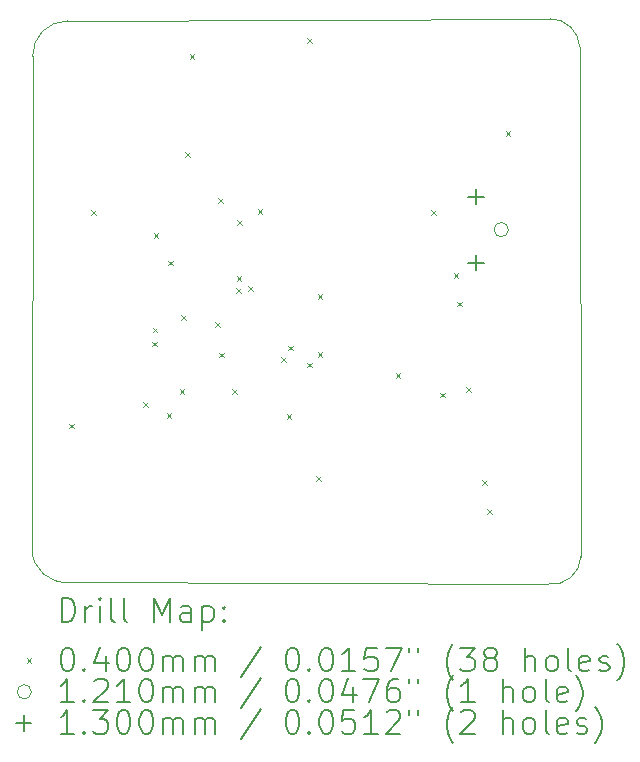
<source format=gbr>
%TF.GenerationSoftware,KiCad,Pcbnew,(6.0.7)*%
%TF.CreationDate,2022-11-05T01:20:41+05:30*%
%TF.ProjectId,Interface_PCB,496e7465-7266-4616-9365-5f5043422e6b,rev?*%
%TF.SameCoordinates,Original*%
%TF.FileFunction,Drillmap*%
%TF.FilePolarity,Positive*%
%FSLAX45Y45*%
G04 Gerber Fmt 4.5, Leading zero omitted, Abs format (unit mm)*
G04 Created by KiCad (PCBNEW (6.0.7)) date 2022-11-05 01:20:41*
%MOMM*%
%LPD*%
G01*
G04 APERTURE LIST*
%ADD10C,0.100000*%
%ADD11C,0.200000*%
%ADD12C,0.040000*%
%ADD13C,0.121000*%
%ADD14C,0.130000*%
G04 APERTURE END LIST*
D10*
X11709400Y-8300716D02*
G75*
G03*
X11414760Y-8600440I-40J-294644D01*
G01*
X11724640Y-13053060D02*
X15774826Y-13069726D01*
X16047722Y-8521700D02*
G75*
G03*
X15796260Y-8282940I-251462J-13040D01*
G01*
X15774826Y-13069728D02*
G75*
G03*
X16057880Y-12837160I37964J242329D01*
G01*
X11409680Y-12773660D02*
X11414760Y-8600440D01*
X11709400Y-8300720D02*
X15796260Y-8282940D01*
X16047720Y-8521700D02*
X16057880Y-12837160D01*
X11409679Y-12773660D02*
G75*
G03*
X11724640Y-13053060I283421J2270D01*
G01*
D11*
D12*
X11722420Y-11712260D02*
X11762420Y-11752260D01*
X11762420Y-11712260D02*
X11722420Y-11752260D01*
X11910380Y-9906320D02*
X11950380Y-9946320D01*
X11950380Y-9906320D02*
X11910380Y-9946320D01*
X12352340Y-11529380D02*
X12392340Y-11569380D01*
X12392340Y-11529380D02*
X12352340Y-11569380D01*
X12426000Y-11016300D02*
X12466000Y-11056300D01*
X12466000Y-11016300D02*
X12426000Y-11056300D01*
X12431080Y-10899460D02*
X12471080Y-10939460D01*
X12471080Y-10899460D02*
X12431080Y-10939460D01*
X12438700Y-10099360D02*
X12478700Y-10139360D01*
X12478700Y-10099360D02*
X12438700Y-10139360D01*
X12550460Y-11623360D02*
X12590460Y-11663360D01*
X12590460Y-11623360D02*
X12550460Y-11663360D01*
X12563160Y-10330500D02*
X12603160Y-10370500D01*
X12603160Y-10330500D02*
X12563160Y-10370500D01*
X12659680Y-11421490D02*
X12699680Y-11461490D01*
X12699680Y-11421490D02*
X12659680Y-11461490D01*
X12669840Y-10795320D02*
X12709840Y-10835320D01*
X12709840Y-10795320D02*
X12669840Y-10835320D01*
X12705400Y-9411020D02*
X12745400Y-9451020D01*
X12745400Y-9411020D02*
X12705400Y-9451020D01*
X12743500Y-8580440D02*
X12783500Y-8620440D01*
X12783500Y-8580440D02*
X12743500Y-8620440D01*
X12959400Y-10851200D02*
X12999400Y-10891200D01*
X12999400Y-10851200D02*
X12959400Y-10891200D01*
X12984800Y-9799640D02*
X13024800Y-9839640D01*
X13024800Y-9799640D02*
X12984800Y-9839640D01*
X12994960Y-11110280D02*
X13034960Y-11150280D01*
X13034960Y-11110280D02*
X12994960Y-11150280D01*
X13106720Y-11420160D02*
X13146720Y-11460160D01*
X13146720Y-11420160D02*
X13106720Y-11460160D01*
X13140246Y-10563826D02*
X13180246Y-10603826D01*
X13180246Y-10563826D02*
X13140246Y-10603826D01*
X13142280Y-10460040D02*
X13182280Y-10500040D01*
X13182280Y-10460040D02*
X13142280Y-10500040D01*
X13148500Y-9990140D02*
X13188500Y-10030140D01*
X13188500Y-9990140D02*
X13148500Y-10030140D01*
X13238590Y-10545977D02*
X13278590Y-10585977D01*
X13278590Y-10545977D02*
X13238590Y-10585977D01*
X13320080Y-9896160D02*
X13360080Y-9936160D01*
X13360080Y-9896160D02*
X13320080Y-9936160D01*
X13520589Y-11145689D02*
X13560589Y-11185689D01*
X13560589Y-11145689D02*
X13520589Y-11185689D01*
X13566460Y-11633520D02*
X13606460Y-11673520D01*
X13606460Y-11633520D02*
X13566460Y-11673520D01*
X13579160Y-11051860D02*
X13619160Y-11091860D01*
X13619160Y-11051860D02*
X13579160Y-11091860D01*
X13736640Y-8448360D02*
X13776640Y-8488360D01*
X13776640Y-8448360D02*
X13736640Y-8488360D01*
X13741228Y-11195048D02*
X13781228Y-11235048D01*
X13781228Y-11195048D02*
X13741228Y-11235048D01*
X13817920Y-12156760D02*
X13857920Y-12196760D01*
X13857920Y-12156760D02*
X13817920Y-12196760D01*
X13828080Y-10614980D02*
X13868080Y-10654980D01*
X13868080Y-10614980D02*
X13828080Y-10654980D01*
X13828858Y-11105978D02*
X13868858Y-11145978D01*
X13868858Y-11105978D02*
X13828858Y-11145978D01*
X14488480Y-11283000D02*
X14528480Y-11323000D01*
X14528480Y-11283000D02*
X14488480Y-11323000D01*
X14788200Y-9906320D02*
X14828200Y-9946320D01*
X14828200Y-9906320D02*
X14788200Y-9946320D01*
X14864400Y-11448100D02*
X14904400Y-11488100D01*
X14904400Y-11448100D02*
X14864400Y-11488100D01*
X14978700Y-10437180D02*
X15018700Y-10477180D01*
X15018700Y-10437180D02*
X14978700Y-10477180D01*
X15006640Y-10678480D02*
X15046640Y-10718480D01*
X15046640Y-10678480D02*
X15006640Y-10718480D01*
X15087920Y-11404920D02*
X15127920Y-11444920D01*
X15127920Y-11404920D02*
X15087920Y-11444920D01*
X15222540Y-12187240D02*
X15262540Y-12227240D01*
X15262540Y-12187240D02*
X15222540Y-12227240D01*
X15265720Y-12433620D02*
X15305720Y-12473620D01*
X15305720Y-12433620D02*
X15265720Y-12473620D01*
X15420660Y-9235760D02*
X15460660Y-9275760D01*
X15460660Y-9235760D02*
X15420660Y-9275760D01*
D13*
X15443340Y-10068560D02*
G75*
G03*
X15443340Y-10068560I-60500J0D01*
G01*
D14*
X15167940Y-9723560D02*
X15167940Y-9853560D01*
X15102940Y-9788560D02*
X15232940Y-9788560D01*
X15167940Y-10283560D02*
X15167940Y-10413560D01*
X15102940Y-10348560D02*
X15232940Y-10348560D01*
D11*
X11662299Y-13388160D02*
X11662299Y-13188160D01*
X11709918Y-13188160D01*
X11738489Y-13197684D01*
X11757537Y-13216732D01*
X11767061Y-13235779D01*
X11776585Y-13273875D01*
X11776585Y-13302446D01*
X11767061Y-13340541D01*
X11757537Y-13359589D01*
X11738489Y-13378637D01*
X11709918Y-13388160D01*
X11662299Y-13388160D01*
X11862299Y-13388160D02*
X11862299Y-13254827D01*
X11862299Y-13292922D02*
X11871823Y-13273875D01*
X11881347Y-13264351D01*
X11900394Y-13254827D01*
X11919442Y-13254827D01*
X11986108Y-13388160D02*
X11986108Y-13254827D01*
X11986108Y-13188160D02*
X11976585Y-13197684D01*
X11986108Y-13207208D01*
X11995632Y-13197684D01*
X11986108Y-13188160D01*
X11986108Y-13207208D01*
X12109918Y-13388160D02*
X12090870Y-13378637D01*
X12081347Y-13359589D01*
X12081347Y-13188160D01*
X12214680Y-13388160D02*
X12195632Y-13378637D01*
X12186108Y-13359589D01*
X12186108Y-13188160D01*
X12443251Y-13388160D02*
X12443251Y-13188160D01*
X12509918Y-13331018D01*
X12576585Y-13188160D01*
X12576585Y-13388160D01*
X12757537Y-13388160D02*
X12757537Y-13283398D01*
X12748013Y-13264351D01*
X12728966Y-13254827D01*
X12690870Y-13254827D01*
X12671823Y-13264351D01*
X12757537Y-13378637D02*
X12738489Y-13388160D01*
X12690870Y-13388160D01*
X12671823Y-13378637D01*
X12662299Y-13359589D01*
X12662299Y-13340541D01*
X12671823Y-13321494D01*
X12690870Y-13311970D01*
X12738489Y-13311970D01*
X12757537Y-13302446D01*
X12852775Y-13254827D02*
X12852775Y-13454827D01*
X12852775Y-13264351D02*
X12871823Y-13254827D01*
X12909918Y-13254827D01*
X12928966Y-13264351D01*
X12938489Y-13273875D01*
X12948013Y-13292922D01*
X12948013Y-13350065D01*
X12938489Y-13369113D01*
X12928966Y-13378637D01*
X12909918Y-13388160D01*
X12871823Y-13388160D01*
X12852775Y-13378637D01*
X13033728Y-13369113D02*
X13043251Y-13378637D01*
X13033728Y-13388160D01*
X13024204Y-13378637D01*
X13033728Y-13369113D01*
X13033728Y-13388160D01*
X13033728Y-13264351D02*
X13043251Y-13273875D01*
X13033728Y-13283398D01*
X13024204Y-13273875D01*
X13033728Y-13264351D01*
X13033728Y-13283398D01*
D12*
X11364680Y-13697684D02*
X11404680Y-13737684D01*
X11404680Y-13697684D02*
X11364680Y-13737684D01*
D11*
X11700394Y-13608160D02*
X11719442Y-13608160D01*
X11738489Y-13617684D01*
X11748013Y-13627208D01*
X11757537Y-13646256D01*
X11767061Y-13684351D01*
X11767061Y-13731970D01*
X11757537Y-13770065D01*
X11748013Y-13789113D01*
X11738489Y-13798637D01*
X11719442Y-13808160D01*
X11700394Y-13808160D01*
X11681347Y-13798637D01*
X11671823Y-13789113D01*
X11662299Y-13770065D01*
X11652775Y-13731970D01*
X11652775Y-13684351D01*
X11662299Y-13646256D01*
X11671823Y-13627208D01*
X11681347Y-13617684D01*
X11700394Y-13608160D01*
X11852775Y-13789113D02*
X11862299Y-13798637D01*
X11852775Y-13808160D01*
X11843251Y-13798637D01*
X11852775Y-13789113D01*
X11852775Y-13808160D01*
X12033728Y-13674827D02*
X12033728Y-13808160D01*
X11986108Y-13598637D02*
X11938489Y-13741494D01*
X12062299Y-13741494D01*
X12176585Y-13608160D02*
X12195632Y-13608160D01*
X12214680Y-13617684D01*
X12224204Y-13627208D01*
X12233728Y-13646256D01*
X12243251Y-13684351D01*
X12243251Y-13731970D01*
X12233728Y-13770065D01*
X12224204Y-13789113D01*
X12214680Y-13798637D01*
X12195632Y-13808160D01*
X12176585Y-13808160D01*
X12157537Y-13798637D01*
X12148013Y-13789113D01*
X12138489Y-13770065D01*
X12128966Y-13731970D01*
X12128966Y-13684351D01*
X12138489Y-13646256D01*
X12148013Y-13627208D01*
X12157537Y-13617684D01*
X12176585Y-13608160D01*
X12367061Y-13608160D02*
X12386108Y-13608160D01*
X12405156Y-13617684D01*
X12414680Y-13627208D01*
X12424204Y-13646256D01*
X12433728Y-13684351D01*
X12433728Y-13731970D01*
X12424204Y-13770065D01*
X12414680Y-13789113D01*
X12405156Y-13798637D01*
X12386108Y-13808160D01*
X12367061Y-13808160D01*
X12348013Y-13798637D01*
X12338489Y-13789113D01*
X12328966Y-13770065D01*
X12319442Y-13731970D01*
X12319442Y-13684351D01*
X12328966Y-13646256D01*
X12338489Y-13627208D01*
X12348013Y-13617684D01*
X12367061Y-13608160D01*
X12519442Y-13808160D02*
X12519442Y-13674827D01*
X12519442Y-13693875D02*
X12528966Y-13684351D01*
X12548013Y-13674827D01*
X12576585Y-13674827D01*
X12595632Y-13684351D01*
X12605156Y-13703398D01*
X12605156Y-13808160D01*
X12605156Y-13703398D02*
X12614680Y-13684351D01*
X12633728Y-13674827D01*
X12662299Y-13674827D01*
X12681347Y-13684351D01*
X12690870Y-13703398D01*
X12690870Y-13808160D01*
X12786108Y-13808160D02*
X12786108Y-13674827D01*
X12786108Y-13693875D02*
X12795632Y-13684351D01*
X12814680Y-13674827D01*
X12843251Y-13674827D01*
X12862299Y-13684351D01*
X12871823Y-13703398D01*
X12871823Y-13808160D01*
X12871823Y-13703398D02*
X12881347Y-13684351D01*
X12900394Y-13674827D01*
X12928966Y-13674827D01*
X12948013Y-13684351D01*
X12957537Y-13703398D01*
X12957537Y-13808160D01*
X13348013Y-13598637D02*
X13176585Y-13855779D01*
X13605156Y-13608160D02*
X13624204Y-13608160D01*
X13643251Y-13617684D01*
X13652775Y-13627208D01*
X13662299Y-13646256D01*
X13671823Y-13684351D01*
X13671823Y-13731970D01*
X13662299Y-13770065D01*
X13652775Y-13789113D01*
X13643251Y-13798637D01*
X13624204Y-13808160D01*
X13605156Y-13808160D01*
X13586108Y-13798637D01*
X13576585Y-13789113D01*
X13567061Y-13770065D01*
X13557537Y-13731970D01*
X13557537Y-13684351D01*
X13567061Y-13646256D01*
X13576585Y-13627208D01*
X13586108Y-13617684D01*
X13605156Y-13608160D01*
X13757537Y-13789113D02*
X13767061Y-13798637D01*
X13757537Y-13808160D01*
X13748013Y-13798637D01*
X13757537Y-13789113D01*
X13757537Y-13808160D01*
X13890870Y-13608160D02*
X13909918Y-13608160D01*
X13928966Y-13617684D01*
X13938489Y-13627208D01*
X13948013Y-13646256D01*
X13957537Y-13684351D01*
X13957537Y-13731970D01*
X13948013Y-13770065D01*
X13938489Y-13789113D01*
X13928966Y-13798637D01*
X13909918Y-13808160D01*
X13890870Y-13808160D01*
X13871823Y-13798637D01*
X13862299Y-13789113D01*
X13852775Y-13770065D01*
X13843251Y-13731970D01*
X13843251Y-13684351D01*
X13852775Y-13646256D01*
X13862299Y-13627208D01*
X13871823Y-13617684D01*
X13890870Y-13608160D01*
X14148013Y-13808160D02*
X14033728Y-13808160D01*
X14090870Y-13808160D02*
X14090870Y-13608160D01*
X14071823Y-13636732D01*
X14052775Y-13655779D01*
X14033728Y-13665303D01*
X14328966Y-13608160D02*
X14233728Y-13608160D01*
X14224204Y-13703398D01*
X14233728Y-13693875D01*
X14252775Y-13684351D01*
X14300394Y-13684351D01*
X14319442Y-13693875D01*
X14328966Y-13703398D01*
X14338489Y-13722446D01*
X14338489Y-13770065D01*
X14328966Y-13789113D01*
X14319442Y-13798637D01*
X14300394Y-13808160D01*
X14252775Y-13808160D01*
X14233728Y-13798637D01*
X14224204Y-13789113D01*
X14405156Y-13608160D02*
X14538489Y-13608160D01*
X14452775Y-13808160D01*
X14605156Y-13608160D02*
X14605156Y-13646256D01*
X14681347Y-13608160D02*
X14681347Y-13646256D01*
X14976585Y-13884351D02*
X14967061Y-13874827D01*
X14948013Y-13846256D01*
X14938489Y-13827208D01*
X14928966Y-13798637D01*
X14919442Y-13751018D01*
X14919442Y-13712922D01*
X14928966Y-13665303D01*
X14938489Y-13636732D01*
X14948013Y-13617684D01*
X14967061Y-13589113D01*
X14976585Y-13579589D01*
X15033728Y-13608160D02*
X15157537Y-13608160D01*
X15090870Y-13684351D01*
X15119442Y-13684351D01*
X15138489Y-13693875D01*
X15148013Y-13703398D01*
X15157537Y-13722446D01*
X15157537Y-13770065D01*
X15148013Y-13789113D01*
X15138489Y-13798637D01*
X15119442Y-13808160D01*
X15062299Y-13808160D01*
X15043251Y-13798637D01*
X15033728Y-13789113D01*
X15271823Y-13693875D02*
X15252775Y-13684351D01*
X15243251Y-13674827D01*
X15233728Y-13655779D01*
X15233728Y-13646256D01*
X15243251Y-13627208D01*
X15252775Y-13617684D01*
X15271823Y-13608160D01*
X15309918Y-13608160D01*
X15328966Y-13617684D01*
X15338489Y-13627208D01*
X15348013Y-13646256D01*
X15348013Y-13655779D01*
X15338489Y-13674827D01*
X15328966Y-13684351D01*
X15309918Y-13693875D01*
X15271823Y-13693875D01*
X15252775Y-13703398D01*
X15243251Y-13712922D01*
X15233728Y-13731970D01*
X15233728Y-13770065D01*
X15243251Y-13789113D01*
X15252775Y-13798637D01*
X15271823Y-13808160D01*
X15309918Y-13808160D01*
X15328966Y-13798637D01*
X15338489Y-13789113D01*
X15348013Y-13770065D01*
X15348013Y-13731970D01*
X15338489Y-13712922D01*
X15328966Y-13703398D01*
X15309918Y-13693875D01*
X15586108Y-13808160D02*
X15586108Y-13608160D01*
X15671823Y-13808160D02*
X15671823Y-13703398D01*
X15662299Y-13684351D01*
X15643251Y-13674827D01*
X15614680Y-13674827D01*
X15595632Y-13684351D01*
X15586108Y-13693875D01*
X15795632Y-13808160D02*
X15776585Y-13798637D01*
X15767061Y-13789113D01*
X15757537Y-13770065D01*
X15757537Y-13712922D01*
X15767061Y-13693875D01*
X15776585Y-13684351D01*
X15795632Y-13674827D01*
X15824204Y-13674827D01*
X15843251Y-13684351D01*
X15852775Y-13693875D01*
X15862299Y-13712922D01*
X15862299Y-13770065D01*
X15852775Y-13789113D01*
X15843251Y-13798637D01*
X15824204Y-13808160D01*
X15795632Y-13808160D01*
X15976585Y-13808160D02*
X15957537Y-13798637D01*
X15948013Y-13779589D01*
X15948013Y-13608160D01*
X16128966Y-13798637D02*
X16109918Y-13808160D01*
X16071823Y-13808160D01*
X16052775Y-13798637D01*
X16043251Y-13779589D01*
X16043251Y-13703398D01*
X16052775Y-13684351D01*
X16071823Y-13674827D01*
X16109918Y-13674827D01*
X16128966Y-13684351D01*
X16138489Y-13703398D01*
X16138489Y-13722446D01*
X16043251Y-13741494D01*
X16214680Y-13798637D02*
X16233728Y-13808160D01*
X16271823Y-13808160D01*
X16290870Y-13798637D01*
X16300394Y-13779589D01*
X16300394Y-13770065D01*
X16290870Y-13751018D01*
X16271823Y-13741494D01*
X16243251Y-13741494D01*
X16224204Y-13731970D01*
X16214680Y-13712922D01*
X16214680Y-13703398D01*
X16224204Y-13684351D01*
X16243251Y-13674827D01*
X16271823Y-13674827D01*
X16290870Y-13684351D01*
X16367061Y-13884351D02*
X16376585Y-13874827D01*
X16395632Y-13846256D01*
X16405156Y-13827208D01*
X16414680Y-13798637D01*
X16424204Y-13751018D01*
X16424204Y-13712922D01*
X16414680Y-13665303D01*
X16405156Y-13636732D01*
X16395632Y-13617684D01*
X16376585Y-13589113D01*
X16367061Y-13579589D01*
D13*
X11404680Y-13981684D02*
G75*
G03*
X11404680Y-13981684I-60500J0D01*
G01*
D11*
X11767061Y-14072160D02*
X11652775Y-14072160D01*
X11709918Y-14072160D02*
X11709918Y-13872160D01*
X11690870Y-13900732D01*
X11671823Y-13919779D01*
X11652775Y-13929303D01*
X11852775Y-14053113D02*
X11862299Y-14062637D01*
X11852775Y-14072160D01*
X11843251Y-14062637D01*
X11852775Y-14053113D01*
X11852775Y-14072160D01*
X11938489Y-13891208D02*
X11948013Y-13881684D01*
X11967061Y-13872160D01*
X12014680Y-13872160D01*
X12033728Y-13881684D01*
X12043251Y-13891208D01*
X12052775Y-13910256D01*
X12052775Y-13929303D01*
X12043251Y-13957875D01*
X11928966Y-14072160D01*
X12052775Y-14072160D01*
X12243251Y-14072160D02*
X12128966Y-14072160D01*
X12186108Y-14072160D02*
X12186108Y-13872160D01*
X12167061Y-13900732D01*
X12148013Y-13919779D01*
X12128966Y-13929303D01*
X12367061Y-13872160D02*
X12386108Y-13872160D01*
X12405156Y-13881684D01*
X12414680Y-13891208D01*
X12424204Y-13910256D01*
X12433728Y-13948351D01*
X12433728Y-13995970D01*
X12424204Y-14034065D01*
X12414680Y-14053113D01*
X12405156Y-14062637D01*
X12386108Y-14072160D01*
X12367061Y-14072160D01*
X12348013Y-14062637D01*
X12338489Y-14053113D01*
X12328966Y-14034065D01*
X12319442Y-13995970D01*
X12319442Y-13948351D01*
X12328966Y-13910256D01*
X12338489Y-13891208D01*
X12348013Y-13881684D01*
X12367061Y-13872160D01*
X12519442Y-14072160D02*
X12519442Y-13938827D01*
X12519442Y-13957875D02*
X12528966Y-13948351D01*
X12548013Y-13938827D01*
X12576585Y-13938827D01*
X12595632Y-13948351D01*
X12605156Y-13967398D01*
X12605156Y-14072160D01*
X12605156Y-13967398D02*
X12614680Y-13948351D01*
X12633728Y-13938827D01*
X12662299Y-13938827D01*
X12681347Y-13948351D01*
X12690870Y-13967398D01*
X12690870Y-14072160D01*
X12786108Y-14072160D02*
X12786108Y-13938827D01*
X12786108Y-13957875D02*
X12795632Y-13948351D01*
X12814680Y-13938827D01*
X12843251Y-13938827D01*
X12862299Y-13948351D01*
X12871823Y-13967398D01*
X12871823Y-14072160D01*
X12871823Y-13967398D02*
X12881347Y-13948351D01*
X12900394Y-13938827D01*
X12928966Y-13938827D01*
X12948013Y-13948351D01*
X12957537Y-13967398D01*
X12957537Y-14072160D01*
X13348013Y-13862637D02*
X13176585Y-14119779D01*
X13605156Y-13872160D02*
X13624204Y-13872160D01*
X13643251Y-13881684D01*
X13652775Y-13891208D01*
X13662299Y-13910256D01*
X13671823Y-13948351D01*
X13671823Y-13995970D01*
X13662299Y-14034065D01*
X13652775Y-14053113D01*
X13643251Y-14062637D01*
X13624204Y-14072160D01*
X13605156Y-14072160D01*
X13586108Y-14062637D01*
X13576585Y-14053113D01*
X13567061Y-14034065D01*
X13557537Y-13995970D01*
X13557537Y-13948351D01*
X13567061Y-13910256D01*
X13576585Y-13891208D01*
X13586108Y-13881684D01*
X13605156Y-13872160D01*
X13757537Y-14053113D02*
X13767061Y-14062637D01*
X13757537Y-14072160D01*
X13748013Y-14062637D01*
X13757537Y-14053113D01*
X13757537Y-14072160D01*
X13890870Y-13872160D02*
X13909918Y-13872160D01*
X13928966Y-13881684D01*
X13938489Y-13891208D01*
X13948013Y-13910256D01*
X13957537Y-13948351D01*
X13957537Y-13995970D01*
X13948013Y-14034065D01*
X13938489Y-14053113D01*
X13928966Y-14062637D01*
X13909918Y-14072160D01*
X13890870Y-14072160D01*
X13871823Y-14062637D01*
X13862299Y-14053113D01*
X13852775Y-14034065D01*
X13843251Y-13995970D01*
X13843251Y-13948351D01*
X13852775Y-13910256D01*
X13862299Y-13891208D01*
X13871823Y-13881684D01*
X13890870Y-13872160D01*
X14128966Y-13938827D02*
X14128966Y-14072160D01*
X14081347Y-13862637D02*
X14033728Y-14005494D01*
X14157537Y-14005494D01*
X14214680Y-13872160D02*
X14348013Y-13872160D01*
X14262299Y-14072160D01*
X14509918Y-13872160D02*
X14471823Y-13872160D01*
X14452775Y-13881684D01*
X14443251Y-13891208D01*
X14424204Y-13919779D01*
X14414680Y-13957875D01*
X14414680Y-14034065D01*
X14424204Y-14053113D01*
X14433728Y-14062637D01*
X14452775Y-14072160D01*
X14490870Y-14072160D01*
X14509918Y-14062637D01*
X14519442Y-14053113D01*
X14528966Y-14034065D01*
X14528966Y-13986446D01*
X14519442Y-13967398D01*
X14509918Y-13957875D01*
X14490870Y-13948351D01*
X14452775Y-13948351D01*
X14433728Y-13957875D01*
X14424204Y-13967398D01*
X14414680Y-13986446D01*
X14605156Y-13872160D02*
X14605156Y-13910256D01*
X14681347Y-13872160D02*
X14681347Y-13910256D01*
X14976585Y-14148351D02*
X14967061Y-14138827D01*
X14948013Y-14110256D01*
X14938489Y-14091208D01*
X14928966Y-14062637D01*
X14919442Y-14015018D01*
X14919442Y-13976922D01*
X14928966Y-13929303D01*
X14938489Y-13900732D01*
X14948013Y-13881684D01*
X14967061Y-13853113D01*
X14976585Y-13843589D01*
X15157537Y-14072160D02*
X15043251Y-14072160D01*
X15100394Y-14072160D02*
X15100394Y-13872160D01*
X15081347Y-13900732D01*
X15062299Y-13919779D01*
X15043251Y-13929303D01*
X15395632Y-14072160D02*
X15395632Y-13872160D01*
X15481347Y-14072160D02*
X15481347Y-13967398D01*
X15471823Y-13948351D01*
X15452775Y-13938827D01*
X15424204Y-13938827D01*
X15405156Y-13948351D01*
X15395632Y-13957875D01*
X15605156Y-14072160D02*
X15586108Y-14062637D01*
X15576585Y-14053113D01*
X15567061Y-14034065D01*
X15567061Y-13976922D01*
X15576585Y-13957875D01*
X15586108Y-13948351D01*
X15605156Y-13938827D01*
X15633728Y-13938827D01*
X15652775Y-13948351D01*
X15662299Y-13957875D01*
X15671823Y-13976922D01*
X15671823Y-14034065D01*
X15662299Y-14053113D01*
X15652775Y-14062637D01*
X15633728Y-14072160D01*
X15605156Y-14072160D01*
X15786108Y-14072160D02*
X15767061Y-14062637D01*
X15757537Y-14043589D01*
X15757537Y-13872160D01*
X15938489Y-14062637D02*
X15919442Y-14072160D01*
X15881347Y-14072160D01*
X15862299Y-14062637D01*
X15852775Y-14043589D01*
X15852775Y-13967398D01*
X15862299Y-13948351D01*
X15881347Y-13938827D01*
X15919442Y-13938827D01*
X15938489Y-13948351D01*
X15948013Y-13967398D01*
X15948013Y-13986446D01*
X15852775Y-14005494D01*
X16014680Y-14148351D02*
X16024204Y-14138827D01*
X16043251Y-14110256D01*
X16052775Y-14091208D01*
X16062299Y-14062637D01*
X16071823Y-14015018D01*
X16071823Y-13976922D01*
X16062299Y-13929303D01*
X16052775Y-13900732D01*
X16043251Y-13881684D01*
X16024204Y-13853113D01*
X16014680Y-13843589D01*
D14*
X11339680Y-14180684D02*
X11339680Y-14310684D01*
X11274680Y-14245684D02*
X11404680Y-14245684D01*
D11*
X11767061Y-14336160D02*
X11652775Y-14336160D01*
X11709918Y-14336160D02*
X11709918Y-14136160D01*
X11690870Y-14164732D01*
X11671823Y-14183779D01*
X11652775Y-14193303D01*
X11852775Y-14317113D02*
X11862299Y-14326637D01*
X11852775Y-14336160D01*
X11843251Y-14326637D01*
X11852775Y-14317113D01*
X11852775Y-14336160D01*
X11928966Y-14136160D02*
X12052775Y-14136160D01*
X11986108Y-14212351D01*
X12014680Y-14212351D01*
X12033728Y-14221875D01*
X12043251Y-14231398D01*
X12052775Y-14250446D01*
X12052775Y-14298065D01*
X12043251Y-14317113D01*
X12033728Y-14326637D01*
X12014680Y-14336160D01*
X11957537Y-14336160D01*
X11938489Y-14326637D01*
X11928966Y-14317113D01*
X12176585Y-14136160D02*
X12195632Y-14136160D01*
X12214680Y-14145684D01*
X12224204Y-14155208D01*
X12233728Y-14174256D01*
X12243251Y-14212351D01*
X12243251Y-14259970D01*
X12233728Y-14298065D01*
X12224204Y-14317113D01*
X12214680Y-14326637D01*
X12195632Y-14336160D01*
X12176585Y-14336160D01*
X12157537Y-14326637D01*
X12148013Y-14317113D01*
X12138489Y-14298065D01*
X12128966Y-14259970D01*
X12128966Y-14212351D01*
X12138489Y-14174256D01*
X12148013Y-14155208D01*
X12157537Y-14145684D01*
X12176585Y-14136160D01*
X12367061Y-14136160D02*
X12386108Y-14136160D01*
X12405156Y-14145684D01*
X12414680Y-14155208D01*
X12424204Y-14174256D01*
X12433728Y-14212351D01*
X12433728Y-14259970D01*
X12424204Y-14298065D01*
X12414680Y-14317113D01*
X12405156Y-14326637D01*
X12386108Y-14336160D01*
X12367061Y-14336160D01*
X12348013Y-14326637D01*
X12338489Y-14317113D01*
X12328966Y-14298065D01*
X12319442Y-14259970D01*
X12319442Y-14212351D01*
X12328966Y-14174256D01*
X12338489Y-14155208D01*
X12348013Y-14145684D01*
X12367061Y-14136160D01*
X12519442Y-14336160D02*
X12519442Y-14202827D01*
X12519442Y-14221875D02*
X12528966Y-14212351D01*
X12548013Y-14202827D01*
X12576585Y-14202827D01*
X12595632Y-14212351D01*
X12605156Y-14231398D01*
X12605156Y-14336160D01*
X12605156Y-14231398D02*
X12614680Y-14212351D01*
X12633728Y-14202827D01*
X12662299Y-14202827D01*
X12681347Y-14212351D01*
X12690870Y-14231398D01*
X12690870Y-14336160D01*
X12786108Y-14336160D02*
X12786108Y-14202827D01*
X12786108Y-14221875D02*
X12795632Y-14212351D01*
X12814680Y-14202827D01*
X12843251Y-14202827D01*
X12862299Y-14212351D01*
X12871823Y-14231398D01*
X12871823Y-14336160D01*
X12871823Y-14231398D02*
X12881347Y-14212351D01*
X12900394Y-14202827D01*
X12928966Y-14202827D01*
X12948013Y-14212351D01*
X12957537Y-14231398D01*
X12957537Y-14336160D01*
X13348013Y-14126637D02*
X13176585Y-14383779D01*
X13605156Y-14136160D02*
X13624204Y-14136160D01*
X13643251Y-14145684D01*
X13652775Y-14155208D01*
X13662299Y-14174256D01*
X13671823Y-14212351D01*
X13671823Y-14259970D01*
X13662299Y-14298065D01*
X13652775Y-14317113D01*
X13643251Y-14326637D01*
X13624204Y-14336160D01*
X13605156Y-14336160D01*
X13586108Y-14326637D01*
X13576585Y-14317113D01*
X13567061Y-14298065D01*
X13557537Y-14259970D01*
X13557537Y-14212351D01*
X13567061Y-14174256D01*
X13576585Y-14155208D01*
X13586108Y-14145684D01*
X13605156Y-14136160D01*
X13757537Y-14317113D02*
X13767061Y-14326637D01*
X13757537Y-14336160D01*
X13748013Y-14326637D01*
X13757537Y-14317113D01*
X13757537Y-14336160D01*
X13890870Y-14136160D02*
X13909918Y-14136160D01*
X13928966Y-14145684D01*
X13938489Y-14155208D01*
X13948013Y-14174256D01*
X13957537Y-14212351D01*
X13957537Y-14259970D01*
X13948013Y-14298065D01*
X13938489Y-14317113D01*
X13928966Y-14326637D01*
X13909918Y-14336160D01*
X13890870Y-14336160D01*
X13871823Y-14326637D01*
X13862299Y-14317113D01*
X13852775Y-14298065D01*
X13843251Y-14259970D01*
X13843251Y-14212351D01*
X13852775Y-14174256D01*
X13862299Y-14155208D01*
X13871823Y-14145684D01*
X13890870Y-14136160D01*
X14138489Y-14136160D02*
X14043251Y-14136160D01*
X14033728Y-14231398D01*
X14043251Y-14221875D01*
X14062299Y-14212351D01*
X14109918Y-14212351D01*
X14128966Y-14221875D01*
X14138489Y-14231398D01*
X14148013Y-14250446D01*
X14148013Y-14298065D01*
X14138489Y-14317113D01*
X14128966Y-14326637D01*
X14109918Y-14336160D01*
X14062299Y-14336160D01*
X14043251Y-14326637D01*
X14033728Y-14317113D01*
X14338489Y-14336160D02*
X14224204Y-14336160D01*
X14281347Y-14336160D02*
X14281347Y-14136160D01*
X14262299Y-14164732D01*
X14243251Y-14183779D01*
X14224204Y-14193303D01*
X14414680Y-14155208D02*
X14424204Y-14145684D01*
X14443251Y-14136160D01*
X14490870Y-14136160D01*
X14509918Y-14145684D01*
X14519442Y-14155208D01*
X14528966Y-14174256D01*
X14528966Y-14193303D01*
X14519442Y-14221875D01*
X14405156Y-14336160D01*
X14528966Y-14336160D01*
X14605156Y-14136160D02*
X14605156Y-14174256D01*
X14681347Y-14136160D02*
X14681347Y-14174256D01*
X14976585Y-14412351D02*
X14967061Y-14402827D01*
X14948013Y-14374256D01*
X14938489Y-14355208D01*
X14928966Y-14326637D01*
X14919442Y-14279018D01*
X14919442Y-14240922D01*
X14928966Y-14193303D01*
X14938489Y-14164732D01*
X14948013Y-14145684D01*
X14967061Y-14117113D01*
X14976585Y-14107589D01*
X15043251Y-14155208D02*
X15052775Y-14145684D01*
X15071823Y-14136160D01*
X15119442Y-14136160D01*
X15138489Y-14145684D01*
X15148013Y-14155208D01*
X15157537Y-14174256D01*
X15157537Y-14193303D01*
X15148013Y-14221875D01*
X15033728Y-14336160D01*
X15157537Y-14336160D01*
X15395632Y-14336160D02*
X15395632Y-14136160D01*
X15481347Y-14336160D02*
X15481347Y-14231398D01*
X15471823Y-14212351D01*
X15452775Y-14202827D01*
X15424204Y-14202827D01*
X15405156Y-14212351D01*
X15395632Y-14221875D01*
X15605156Y-14336160D02*
X15586108Y-14326637D01*
X15576585Y-14317113D01*
X15567061Y-14298065D01*
X15567061Y-14240922D01*
X15576585Y-14221875D01*
X15586108Y-14212351D01*
X15605156Y-14202827D01*
X15633728Y-14202827D01*
X15652775Y-14212351D01*
X15662299Y-14221875D01*
X15671823Y-14240922D01*
X15671823Y-14298065D01*
X15662299Y-14317113D01*
X15652775Y-14326637D01*
X15633728Y-14336160D01*
X15605156Y-14336160D01*
X15786108Y-14336160D02*
X15767061Y-14326637D01*
X15757537Y-14307589D01*
X15757537Y-14136160D01*
X15938489Y-14326637D02*
X15919442Y-14336160D01*
X15881347Y-14336160D01*
X15862299Y-14326637D01*
X15852775Y-14307589D01*
X15852775Y-14231398D01*
X15862299Y-14212351D01*
X15881347Y-14202827D01*
X15919442Y-14202827D01*
X15938489Y-14212351D01*
X15948013Y-14231398D01*
X15948013Y-14250446D01*
X15852775Y-14269494D01*
X16024204Y-14326637D02*
X16043251Y-14336160D01*
X16081347Y-14336160D01*
X16100394Y-14326637D01*
X16109918Y-14307589D01*
X16109918Y-14298065D01*
X16100394Y-14279018D01*
X16081347Y-14269494D01*
X16052775Y-14269494D01*
X16033728Y-14259970D01*
X16024204Y-14240922D01*
X16024204Y-14231398D01*
X16033728Y-14212351D01*
X16052775Y-14202827D01*
X16081347Y-14202827D01*
X16100394Y-14212351D01*
X16176585Y-14412351D02*
X16186108Y-14402827D01*
X16205156Y-14374256D01*
X16214680Y-14355208D01*
X16224204Y-14326637D01*
X16233728Y-14279018D01*
X16233728Y-14240922D01*
X16224204Y-14193303D01*
X16214680Y-14164732D01*
X16205156Y-14145684D01*
X16186108Y-14117113D01*
X16176585Y-14107589D01*
M02*

</source>
